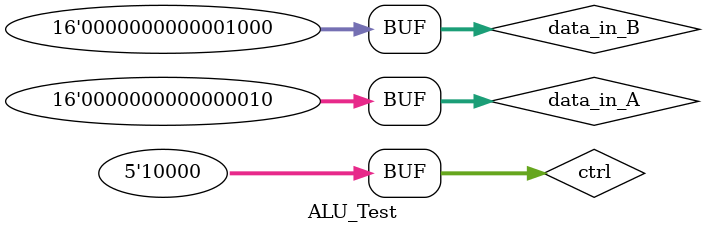
<source format=v>
`timescale 1ns / 1ps


module ALU_Test;

	// Inputs
	reg [4:0] ctrl;
	reg [15:0] data_in_A;
	reg [15:0] data_in_B;

	// Outputs
	wire [15:0] data_out;

	// Instantiate the Unit Under Test (UUT)
	Arithmetic_Logic_Unit uut (
		.data_out(data_out), 
		.ctrl(ctrl), 
		.data_in_A(data_in_A), 
		.data_in_B(data_in_B)
	);

	initial begin
		// Initialize Inputs
		ctrl = 0;
		data_in_A = 2;
		data_in_B = 8;

		// Wait 100 ns for global reset to finish
		#100;
        
		// Add stimulus here
		ctrl = 1;
		#50;
		ctrl = 2;
		#50;
		ctrl = 3;
		#50;
		ctrl = 4;
		#50;
		ctrl = 5;
		#50;
		ctrl = 6;
		#50;
		ctrl = 7;
		#50;
		ctrl = 8;
		#50;
		ctrl = 9;
		#50;
		ctrl = 10;
		#50;
		ctrl = 11;
		#50;
		ctrl = 12;
		#50;
		ctrl = 13;
		#50;
		ctrl = 14;
		#50;
		ctrl = 15;
		#50;
		ctrl = 16;
		#50;
	end
      
endmodule


</source>
